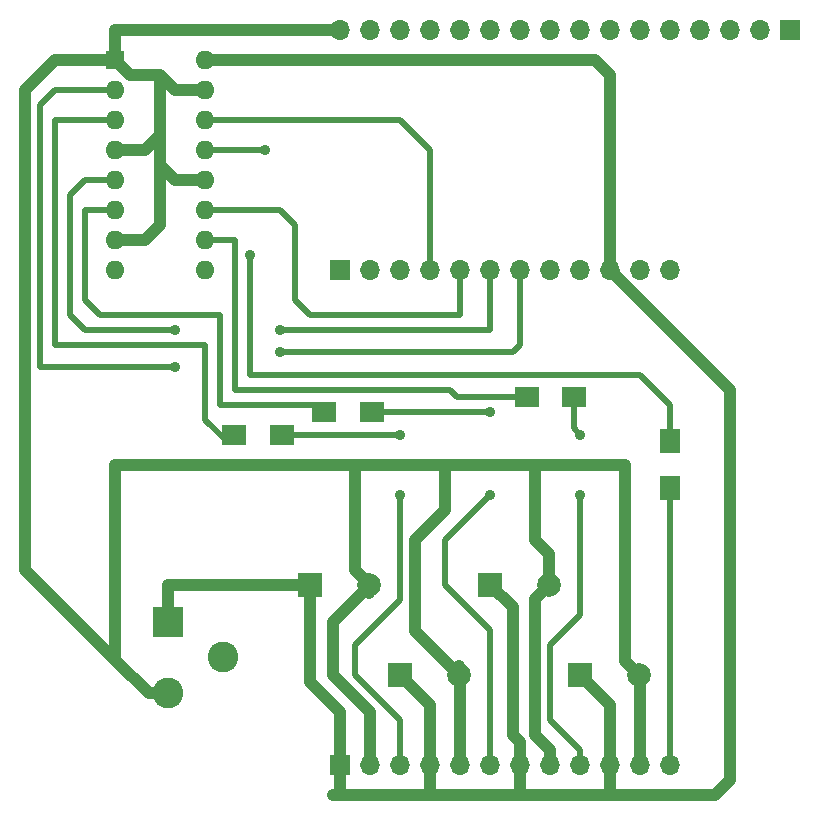
<source format=gbr>
G04 #@! TF.FileFunction,Copper,L2,Bot,Signal*
%FSLAX46Y46*%
G04 Gerber Fmt 4.6, Leading zero omitted, Abs format (unit mm)*
G04 Created by KiCad (PCBNEW 4.0.7-e2-6376~58~ubuntu16.04.1) date Fri Nov 24 12:37:30 2017*
%MOMM*%
%LPD*%
G01*
G04 APERTURE LIST*
%ADD10C,0.100000*%
%ADD11R,1.600000X1.600000*%
%ADD12O,1.600000X1.600000*%
%ADD13R,2.000000X2.000000*%
%ADD14C,2.000000*%
%ADD15R,1.700000X1.700000*%
%ADD16O,1.700000X1.700000*%
%ADD17R,2.600000X2.600000*%
%ADD18C,2.600000*%
%ADD19R,1.700000X2.000000*%
%ADD20R,2.000000X1.700000*%
%ADD21C,0.900000*%
%ADD22C,1.000000*%
%ADD23C,0.500000*%
G04 APERTURE END LIST*
D10*
D11*
X27940000Y-21590000D03*
D12*
X35560000Y-39370000D03*
X27940000Y-24130000D03*
X35560000Y-36830000D03*
X27940000Y-26670000D03*
X35560000Y-34290000D03*
X27940000Y-29210000D03*
X35560000Y-31750000D03*
X27940000Y-31750000D03*
X35560000Y-29210000D03*
X27940000Y-34290000D03*
X35560000Y-26670000D03*
X27940000Y-36830000D03*
X35560000Y-24130000D03*
X27940000Y-39370000D03*
X35560000Y-21590000D03*
D13*
X67310000Y-73660000D03*
D14*
X72310000Y-73660000D03*
D15*
X46990000Y-81280000D03*
D16*
X49530000Y-81280000D03*
X52070000Y-81280000D03*
X54610000Y-81280000D03*
X57150000Y-81280000D03*
X59690000Y-81280000D03*
X62230000Y-81280000D03*
X64770000Y-81280000D03*
X67310000Y-81280000D03*
X69850000Y-81280000D03*
X72390000Y-81280000D03*
X74930000Y-81280000D03*
D15*
X85090000Y-19050000D03*
D16*
X82550000Y-19050000D03*
X80010000Y-19050000D03*
X77470000Y-19050000D03*
X74930000Y-19050000D03*
X72390000Y-19050000D03*
X69850000Y-19050000D03*
X67310000Y-19050000D03*
X64770000Y-19050000D03*
X62230000Y-19050000D03*
X59690000Y-19050000D03*
X57150000Y-19050000D03*
X54610000Y-19050000D03*
X52070000Y-19050000D03*
X49530000Y-19050000D03*
X46990000Y-19050000D03*
D15*
X46990000Y-39370000D03*
D16*
X49530000Y-39370000D03*
X52070000Y-39370000D03*
X54610000Y-39370000D03*
X57150000Y-39370000D03*
X59690000Y-39370000D03*
X62230000Y-39370000D03*
X64770000Y-39370000D03*
X67310000Y-39370000D03*
X69850000Y-39370000D03*
X72390000Y-39370000D03*
X74930000Y-39370000D03*
D17*
X32385000Y-69215000D03*
D18*
X32385000Y-75215000D03*
X37085000Y-72215000D03*
D13*
X59690000Y-66040000D03*
D14*
X64690000Y-66040000D03*
D13*
X52070000Y-73660000D03*
D14*
X57070000Y-73660000D03*
D13*
X44450000Y-66040000D03*
D14*
X49450000Y-66040000D03*
D19*
X74930000Y-53880000D03*
X74930000Y-57880000D03*
D20*
X62770000Y-50165000D03*
X66770000Y-50165000D03*
X45625000Y-51435000D03*
X49625000Y-51435000D03*
X38005000Y-53340000D03*
X42005000Y-53340000D03*
D21*
X39370000Y-38100000D03*
X40640000Y-29210000D03*
X33020000Y-44450000D03*
X41910000Y-44450000D03*
X33020000Y-47625000D03*
X41910000Y-46355000D03*
X52070000Y-58420000D03*
X52070000Y-53340000D03*
X59690000Y-58420000D03*
X59690000Y-51435000D03*
X67310000Y-58420000D03*
X67310000Y-53340000D03*
D22*
X35560000Y-21590000D02*
X68580000Y-21590000D01*
X69850000Y-22860000D02*
X69850000Y-39370000D01*
X68580000Y-21590000D02*
X69850000Y-22860000D01*
X69850000Y-39370000D02*
X80010000Y-49530000D01*
X78740000Y-83820000D02*
X67310000Y-83820000D01*
X80010000Y-82550000D02*
X78740000Y-83820000D01*
X80010000Y-49530000D02*
X80010000Y-82550000D01*
X44450000Y-66040000D02*
X32385000Y-66040000D01*
X32385000Y-66040000D02*
X32385000Y-69215000D01*
X46990000Y-81280000D02*
X46990000Y-83820000D01*
X54610000Y-81280000D02*
X54610000Y-83820000D01*
X62230000Y-81280000D02*
X62230000Y-83820000D01*
X69850000Y-81280000D02*
X69850000Y-83820000D01*
X69850000Y-83820000D02*
X67310000Y-83820000D01*
X67310000Y-83820000D02*
X62230000Y-83820000D01*
X62230000Y-83820000D02*
X54610000Y-83820000D01*
X54610000Y-83820000D02*
X46990000Y-83820000D01*
X46990000Y-83820000D02*
X46355000Y-83820000D01*
X54610000Y-81280000D02*
X54610000Y-76200000D01*
X54610000Y-76200000D02*
X52070000Y-73660000D01*
X69850000Y-81280000D02*
X69850000Y-76200000D01*
X69850000Y-76200000D02*
X67310000Y-73660000D01*
X62230000Y-81280000D02*
X62230000Y-79375000D01*
X61595000Y-67945000D02*
X59690000Y-66040000D01*
X61595000Y-78740000D02*
X61595000Y-67945000D01*
X62230000Y-79375000D02*
X61595000Y-78740000D01*
X46990000Y-81280000D02*
X46990000Y-76835000D01*
X44450000Y-74295000D02*
X44450000Y-66040000D01*
X46990000Y-76835000D02*
X44450000Y-74295000D01*
X49530000Y-81280000D02*
X49530000Y-76835000D01*
X46355000Y-69215000D02*
X49450000Y-66120000D01*
X46355000Y-73660000D02*
X46355000Y-69215000D01*
X49530000Y-76835000D02*
X46355000Y-73660000D01*
X49450000Y-66120000D02*
X49450000Y-66040000D01*
X64770000Y-81280000D02*
X64770000Y-80010000D01*
X63500000Y-67230000D02*
X64690000Y-66040000D01*
X63500000Y-78740000D02*
X63500000Y-67230000D01*
X64770000Y-80010000D02*
X63500000Y-78740000D01*
X27940000Y-21590000D02*
X22860000Y-21590000D01*
X20320000Y-64770000D02*
X27940000Y-72390000D01*
X20320000Y-24130000D02*
X20320000Y-64770000D01*
X22860000Y-21590000D02*
X20320000Y-24130000D01*
X49450000Y-66040000D02*
X49450000Y-65960000D01*
X49450000Y-65960000D02*
X48260000Y-64770000D01*
X48260000Y-64770000D02*
X48260000Y-55880000D01*
X64690000Y-66040000D02*
X64690000Y-63420000D01*
X64690000Y-63420000D02*
X63500000Y-62230000D01*
X63500000Y-62230000D02*
X63500000Y-55880000D01*
X57150000Y-81280000D02*
X57150000Y-73740000D01*
X57150000Y-73740000D02*
X53340000Y-69930000D01*
X55880000Y-59690000D02*
X55880000Y-55880000D01*
X53340000Y-62230000D02*
X55880000Y-59690000D01*
X53340000Y-69930000D02*
X53340000Y-62230000D01*
X72390000Y-81280000D02*
X72390000Y-73740000D01*
X72390000Y-73740000D02*
X71120000Y-72470000D01*
X71120000Y-72470000D02*
X71120000Y-55880000D01*
X71120000Y-55880000D02*
X63500000Y-55880000D01*
X30765000Y-75215000D02*
X32385000Y-75215000D01*
X27940000Y-72390000D02*
X30765000Y-75215000D01*
X27940000Y-67310000D02*
X27940000Y-72390000D01*
X48260000Y-55880000D02*
X44450000Y-55880000D01*
X44450000Y-55880000D02*
X27940000Y-55880000D01*
X27940000Y-55880000D02*
X27940000Y-67310000D01*
X63500000Y-55880000D02*
X55880000Y-55880000D01*
X55880000Y-55880000D02*
X48260000Y-55880000D01*
X30480000Y-36830000D02*
X27940000Y-36830000D01*
X31750000Y-35560000D02*
X30480000Y-36830000D01*
X31750000Y-30480000D02*
X31750000Y-35560000D01*
X31750000Y-27940000D02*
X31750000Y-30480000D01*
X33020000Y-31750000D02*
X35560000Y-31750000D01*
X31750000Y-30480000D02*
X33020000Y-31750000D01*
X31750000Y-22860000D02*
X31750000Y-27940000D01*
X30480000Y-29210000D02*
X27940000Y-29210000D01*
X31750000Y-27940000D02*
X30480000Y-29210000D01*
X46990000Y-19050000D02*
X27940000Y-19050000D01*
X27940000Y-19050000D02*
X27940000Y-21590000D01*
X27940000Y-21590000D02*
X29210000Y-22860000D01*
X29210000Y-22860000D02*
X31750000Y-22860000D01*
X31750000Y-22860000D02*
X33020000Y-24130000D01*
X33020000Y-24130000D02*
X35560000Y-24130000D01*
X57070000Y-73660000D02*
X57070000Y-72945000D01*
X49450000Y-66755000D02*
X49450000Y-66040000D01*
X49450000Y-81200000D02*
X49530000Y-81280000D01*
X49530000Y-65960000D02*
X49450000Y-66040000D01*
X57070000Y-81200000D02*
X57150000Y-81280000D01*
X57150000Y-73580000D02*
X57070000Y-73660000D01*
X64690000Y-81200000D02*
X64770000Y-81280000D01*
X64770000Y-65960000D02*
X64690000Y-66040000D01*
X72310000Y-81200000D02*
X72390000Y-81280000D01*
X72390000Y-73580000D02*
X72310000Y-73660000D01*
D23*
X27940000Y-26670000D02*
X22860000Y-26670000D01*
X35560000Y-52070000D02*
X37370000Y-53880000D01*
X35560000Y-45720000D02*
X35560000Y-52070000D01*
X22860000Y-45720000D02*
X35560000Y-45720000D01*
X22860000Y-26670000D02*
X22860000Y-45720000D01*
X22860000Y-26670000D02*
X22860000Y-26670000D01*
X44990000Y-50800000D02*
X36830000Y-50800000D01*
X25400000Y-34290000D02*
X25400000Y-41910000D01*
X25400000Y-41910000D02*
X26670000Y-43180000D01*
X26670000Y-43180000D02*
X36830000Y-43180000D01*
X36830000Y-43180000D02*
X36830000Y-50800000D01*
X25400000Y-34290000D02*
X27940000Y-34290000D01*
X44990000Y-50800000D02*
X45625000Y-51435000D01*
X62770000Y-50165000D02*
X56884998Y-50165000D01*
X38100000Y-36830000D02*
X38100000Y-49530000D01*
X38100000Y-36830000D02*
X35560000Y-36830000D01*
X56249998Y-49530000D02*
X38100000Y-49530000D01*
X56884998Y-50165000D02*
X56249998Y-49530000D01*
X39370000Y-38100000D02*
X39370000Y-48260000D01*
X35560000Y-29210000D02*
X40640000Y-29210000D01*
X74930000Y-50800000D02*
X74930000Y-53880000D01*
X72390000Y-48260000D02*
X74930000Y-50800000D01*
X39370000Y-48260000D02*
X72390000Y-48260000D01*
X54610000Y-39370000D02*
X54610000Y-29210000D01*
X52070000Y-26670000D02*
X35560000Y-26670000D01*
X54610000Y-29210000D02*
X52070000Y-26670000D01*
X57150000Y-39370000D02*
X57150000Y-43180000D01*
X41910000Y-34290000D02*
X35560000Y-34290000D01*
X43180000Y-35560000D02*
X41910000Y-34290000D01*
X43180000Y-41910000D02*
X43180000Y-35560000D01*
X44450000Y-43180000D02*
X43180000Y-41910000D01*
X57150000Y-43180000D02*
X44450000Y-43180000D01*
X59690000Y-39370000D02*
X59690000Y-44450000D01*
X25400000Y-31750000D02*
X27940000Y-31750000D01*
X24130000Y-33020000D02*
X25400000Y-31750000D01*
X24130000Y-43180000D02*
X24130000Y-33020000D01*
X25400000Y-44450000D02*
X24130000Y-43180000D01*
X33020000Y-44450000D02*
X25400000Y-44450000D01*
X59690000Y-44450000D02*
X41910000Y-44450000D01*
X62230000Y-39370000D02*
X62230000Y-45720000D01*
X22860000Y-24130000D02*
X27940000Y-24130000D01*
X21590000Y-25400000D02*
X22860000Y-24130000D01*
X21590000Y-47625000D02*
X21590000Y-25400000D01*
X33020000Y-47625000D02*
X21590000Y-47625000D01*
X61595000Y-46355000D02*
X41910000Y-46355000D01*
X62230000Y-45720000D02*
X61595000Y-46355000D01*
X42005000Y-53340000D02*
X52070000Y-53340000D01*
X52070000Y-58420000D02*
X52070000Y-59690000D01*
X52070000Y-81280000D02*
X52070000Y-77470000D01*
X52070000Y-67310000D02*
X52070000Y-59690000D01*
X52070000Y-59690000D02*
X52070000Y-58420000D01*
X48260000Y-71120000D02*
X52070000Y-67310000D01*
X48260000Y-73660000D02*
X48260000Y-71120000D01*
X52070000Y-77470000D02*
X48260000Y-73660000D01*
X49625000Y-51435000D02*
X59690000Y-51435000D01*
X59690000Y-58420000D02*
X59055000Y-59055000D01*
X59690000Y-81280000D02*
X59690000Y-69850000D01*
X55880000Y-62230000D02*
X59055000Y-59055000D01*
X59055000Y-59055000D02*
X59690000Y-58420000D01*
X55880000Y-66040000D02*
X55880000Y-62230000D01*
X59690000Y-69850000D02*
X55880000Y-66040000D01*
X67310000Y-80010000D02*
X64770000Y-77470000D01*
X64770000Y-77470000D02*
X64770000Y-71120000D01*
X64770000Y-71120000D02*
X67310000Y-68580000D01*
X67310000Y-68580000D02*
X67310000Y-58420000D01*
X67310000Y-81280000D02*
X67310000Y-80010000D01*
X66770000Y-52800000D02*
X66770000Y-50165000D01*
X67310000Y-53340000D02*
X66770000Y-52800000D01*
X74930000Y-81280000D02*
X74930000Y-58420000D01*
M02*

</source>
